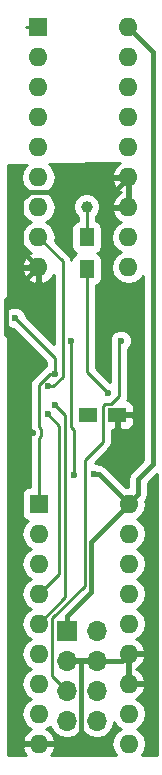
<source format=gbl>
G04 #@! TF.FileFunction,Copper,L2,Bot,Signal*
%FSLAX46Y46*%
G04 Gerber Fmt 4.6, Leading zero omitted, Abs format (unit mm)*
G04 Created by KiCad (PCBNEW 4.0.7-e2-6376~58~ubuntu16.04.1) date Tue Jul  9 21:41:40 2024*
%MOMM*%
%LPD*%
G01*
G04 APERTURE LIST*
%ADD10C,0.100000*%
%ADD11R,1.500000X1.250000*%
%ADD12R,1.700000X1.700000*%
%ADD13O,1.700000X1.700000*%
%ADD14C,1.000000*%
%ADD15R,1.600000X1.600000*%
%ADD16O,1.600000X1.600000*%
%ADD17R,1.300000X1.500000*%
%ADD18C,0.600000*%
%ADD19C,0.400000*%
%ADD20C,0.250000*%
%ADD21C,0.254000*%
G04 APERTURE END LIST*
D10*
D11*
X156550000Y-97500000D03*
X159050000Y-97500000D03*
D12*
X154760000Y-115770000D03*
D13*
X157300000Y-115770000D03*
X154760000Y-118310000D03*
X157300000Y-118310000D03*
X154760000Y-120850000D03*
X157300000Y-120850000D03*
X154760000Y-123390000D03*
X157300000Y-123390000D03*
D14*
X156450000Y-79850000D03*
D15*
X152380000Y-64680000D03*
D16*
X160000000Y-85000000D03*
X152380000Y-67220000D03*
X160000000Y-82460000D03*
X152380000Y-69760000D03*
X160000000Y-79920000D03*
X152380000Y-72300000D03*
X160000000Y-77380000D03*
X152380000Y-74840000D03*
X160000000Y-74840000D03*
X152380000Y-77380000D03*
X160000000Y-72300000D03*
X152380000Y-79920000D03*
X160000000Y-69760000D03*
X152380000Y-82460000D03*
X160000000Y-67220000D03*
X152380000Y-85000000D03*
X160000000Y-64680000D03*
D15*
X152400000Y-105020000D03*
D16*
X160020000Y-125340000D03*
X152400000Y-107560000D03*
X160020000Y-122800000D03*
X152400000Y-110100000D03*
X160020000Y-120260000D03*
X152400000Y-112640000D03*
X160020000Y-117720000D03*
X152400000Y-115180000D03*
X160020000Y-115180000D03*
X152400000Y-117720000D03*
X160020000Y-112640000D03*
X152400000Y-120260000D03*
X160020000Y-110100000D03*
X152400000Y-122800000D03*
X160020000Y-107560000D03*
X152400000Y-125340000D03*
X160020000Y-105020000D03*
D17*
X156450000Y-82450000D03*
X156450000Y-85150000D03*
D18*
X157100000Y-102500000D03*
X156550000Y-97500000D03*
X157900000Y-91050000D03*
X160950000Y-97450000D03*
X151950000Y-99000000D03*
X151600000Y-94200000D03*
X159350000Y-91200000D03*
X155150000Y-91250000D03*
X155400000Y-102600000D03*
X150350010Y-89256581D03*
X153789329Y-94000635D03*
X153200000Y-95050000D03*
X153150000Y-97450000D03*
X153800000Y-96650000D03*
X158270368Y-95675010D03*
D19*
X157100000Y-102500000D02*
X157500000Y-102500000D01*
X157500000Y-102500000D02*
X160020000Y-105020000D01*
X162050000Y-101650000D02*
X162050000Y-66730000D01*
X162050000Y-66730000D02*
X160000000Y-64680000D01*
X160819999Y-102880001D02*
X162050000Y-101650000D01*
X160020000Y-105020000D02*
X160819999Y-104220001D01*
X160819999Y-104220001D02*
X160819999Y-102880001D01*
X154760000Y-114520000D02*
X154760000Y-115770000D01*
X156825011Y-112454989D02*
X154760000Y-114520000D01*
X156825011Y-108214989D02*
X156825011Y-112454989D01*
X160020000Y-105020000D02*
X156825011Y-108214989D01*
X157300000Y-118310000D02*
X156057921Y-118310000D01*
X156057921Y-118310000D02*
X156010001Y-118357920D01*
X152400000Y-125340000D02*
X153531370Y-125340000D01*
X153531370Y-125340000D02*
X153541370Y-125350000D01*
X155962081Y-118310000D02*
X154760000Y-118310000D01*
X153541370Y-125350000D02*
X155050000Y-125350000D01*
X155050000Y-125350000D02*
X156010001Y-124389999D01*
X156010001Y-124389999D02*
X156010001Y-118357920D01*
X156010001Y-118357920D02*
X155962081Y-118310000D01*
X149650000Y-90650000D02*
X149650000Y-87730000D01*
X149650000Y-87730000D02*
X152380000Y-85000000D01*
X151600000Y-92600000D02*
X149650000Y-90650000D01*
X151600000Y-94200000D02*
X151600000Y-92600000D01*
X150900000Y-79300000D02*
X151619999Y-78580001D01*
X151619999Y-78580001D02*
X158799999Y-78580001D01*
X158799999Y-78580001D02*
X159200001Y-78179999D01*
X159200001Y-78179999D02*
X160000000Y-77380000D01*
X150900000Y-83520000D02*
X150900000Y-79300000D01*
X152380000Y-85000000D02*
X150900000Y-83520000D01*
X157300000Y-118310000D02*
X159430000Y-118310000D01*
X159430000Y-118310000D02*
X160020000Y-117720000D01*
X160950000Y-97450000D02*
X159100000Y-97450000D01*
X159100000Y-97450000D02*
X159050000Y-97500000D01*
X151600000Y-98650000D02*
X151950000Y-99000000D01*
X151600000Y-94200000D02*
X151600000Y-98650000D01*
D20*
X159200000Y-95900000D02*
X159200000Y-91350000D01*
X159200000Y-91350000D02*
X159350000Y-91200000D01*
X158550001Y-96549999D02*
X159200000Y-95900000D01*
X157850000Y-99800000D02*
X157850000Y-96739998D01*
X157850000Y-96739998D02*
X158039999Y-96549999D01*
X158039999Y-96549999D02*
X158550001Y-96549999D01*
X156300000Y-101350000D02*
X157850000Y-99800000D01*
X156300000Y-111950000D02*
X156300000Y-101350000D01*
X153525001Y-114724999D02*
X156300000Y-111950000D01*
X153500000Y-119590000D02*
X153525001Y-119564999D01*
X153525001Y-119564999D02*
X153525001Y-114724999D01*
X154760000Y-120850000D02*
X153500000Y-119590000D01*
X155150000Y-98500000D02*
X155150000Y-91250000D01*
X155400000Y-98750000D02*
X155150000Y-98500000D01*
X155400000Y-102600000D02*
X155400000Y-98750000D01*
X156450000Y-79850000D02*
X156450000Y-80557106D01*
X156450000Y-80557106D02*
X156450000Y-82450000D01*
X153789329Y-92695900D02*
X150650009Y-89556580D01*
X153789329Y-94000635D02*
X153789329Y-92695900D01*
X150650009Y-89556580D02*
X150350010Y-89256581D01*
X153365065Y-94000635D02*
X153789329Y-94000635D01*
X152400000Y-94965700D02*
X153365065Y-94000635D01*
X152400000Y-98524996D02*
X152400000Y-94965700D01*
X152575002Y-99300002D02*
X152575002Y-98699998D01*
X152400000Y-99475004D02*
X152575002Y-99300002D01*
X152400000Y-105020000D02*
X152400000Y-99475004D01*
X152575002Y-98699998D02*
X152400000Y-98524996D01*
X152380000Y-64680000D02*
X151330000Y-64680000D01*
X154414330Y-84494330D02*
X154414330Y-94259934D01*
X153624264Y-95050000D02*
X153200000Y-95050000D01*
X154414330Y-94259934D02*
X153624264Y-95050000D01*
X152380000Y-82460000D02*
X154414330Y-84494330D01*
X154100000Y-98400000D02*
X154100000Y-110940000D01*
X154100000Y-110940000D02*
X152400000Y-112640000D01*
X153150000Y-97450000D02*
X154100000Y-98400000D01*
X152400000Y-115180000D02*
X154650000Y-112930000D01*
X154650000Y-112930000D02*
X154650000Y-97500000D01*
X154650000Y-97500000D02*
X153800000Y-96650000D01*
X157970369Y-95375011D02*
X158270368Y-95675010D01*
X156450000Y-93854642D02*
X157970369Y-95375011D01*
X156450000Y-85150000D02*
X156450000Y-93854642D01*
D21*
G36*
X162422485Y-126290000D02*
X161106041Y-126290000D01*
X161373880Y-125889151D01*
X161483113Y-125340000D01*
X161373880Y-124790849D01*
X161062811Y-124325302D01*
X160680725Y-124070000D01*
X161062811Y-123814698D01*
X161373880Y-123349151D01*
X161483113Y-122800000D01*
X161373880Y-122250849D01*
X161062811Y-121785302D01*
X160658297Y-121515014D01*
X160875134Y-121412389D01*
X161251041Y-120997423D01*
X161411904Y-120609039D01*
X161289915Y-120387000D01*
X160147000Y-120387000D01*
X160147000Y-120407000D01*
X159893000Y-120407000D01*
X159893000Y-120387000D01*
X159873000Y-120387000D01*
X159873000Y-120133000D01*
X159893000Y-120133000D01*
X159893000Y-117847000D01*
X160147000Y-117847000D01*
X160147000Y-120133000D01*
X161289915Y-120133000D01*
X161411904Y-119910961D01*
X161251041Y-119522577D01*
X160875134Y-119107611D01*
X160626633Y-118990000D01*
X160875134Y-118872389D01*
X161251041Y-118457423D01*
X161411904Y-118069039D01*
X161289915Y-117847000D01*
X160147000Y-117847000D01*
X159893000Y-117847000D01*
X159873000Y-117847000D01*
X159873000Y-117593000D01*
X159893000Y-117593000D01*
X159893000Y-117573000D01*
X160147000Y-117573000D01*
X160147000Y-117593000D01*
X161289915Y-117593000D01*
X161411904Y-117370961D01*
X161251041Y-116982577D01*
X160875134Y-116567611D01*
X160658297Y-116464986D01*
X161062811Y-116194698D01*
X161373880Y-115729151D01*
X161483113Y-115180000D01*
X161373880Y-114630849D01*
X161062811Y-114165302D01*
X160680725Y-113910000D01*
X161062811Y-113654698D01*
X161373880Y-113189151D01*
X161483113Y-112640000D01*
X161373880Y-112090849D01*
X161062811Y-111625302D01*
X160680725Y-111370000D01*
X161062811Y-111114698D01*
X161373880Y-110649151D01*
X161483113Y-110100000D01*
X161373880Y-109550849D01*
X161062811Y-109085302D01*
X160680725Y-108830000D01*
X161062811Y-108574698D01*
X161373880Y-108109151D01*
X161483113Y-107560000D01*
X161373880Y-107010849D01*
X161062811Y-106545302D01*
X160680725Y-106290000D01*
X161062811Y-106034698D01*
X161373880Y-105569151D01*
X161483113Y-105020000D01*
X161434318Y-104774689D01*
X161483916Y-104700460D01*
X161591438Y-104539542D01*
X161654999Y-104220001D01*
X161654999Y-103225869D01*
X162375434Y-102505434D01*
X162422485Y-126290000D01*
X162422485Y-126290000D01*
G37*
X162422485Y-126290000D02*
X161106041Y-126290000D01*
X161373880Y-125889151D01*
X161483113Y-125340000D01*
X161373880Y-124790849D01*
X161062811Y-124325302D01*
X160680725Y-124070000D01*
X161062811Y-123814698D01*
X161373880Y-123349151D01*
X161483113Y-122800000D01*
X161373880Y-122250849D01*
X161062811Y-121785302D01*
X160658297Y-121515014D01*
X160875134Y-121412389D01*
X161251041Y-120997423D01*
X161411904Y-120609039D01*
X161289915Y-120387000D01*
X160147000Y-120387000D01*
X160147000Y-120407000D01*
X159893000Y-120407000D01*
X159893000Y-120387000D01*
X159873000Y-120387000D01*
X159873000Y-120133000D01*
X159893000Y-120133000D01*
X159893000Y-117847000D01*
X160147000Y-117847000D01*
X160147000Y-120133000D01*
X161289915Y-120133000D01*
X161411904Y-119910961D01*
X161251041Y-119522577D01*
X160875134Y-119107611D01*
X160626633Y-118990000D01*
X160875134Y-118872389D01*
X161251041Y-118457423D01*
X161411904Y-118069039D01*
X161289915Y-117847000D01*
X160147000Y-117847000D01*
X159893000Y-117847000D01*
X159873000Y-117847000D01*
X159873000Y-117593000D01*
X159893000Y-117593000D01*
X159893000Y-117573000D01*
X160147000Y-117573000D01*
X160147000Y-117593000D01*
X161289915Y-117593000D01*
X161411904Y-117370961D01*
X161251041Y-116982577D01*
X160875134Y-116567611D01*
X160658297Y-116464986D01*
X161062811Y-116194698D01*
X161373880Y-115729151D01*
X161483113Y-115180000D01*
X161373880Y-114630849D01*
X161062811Y-114165302D01*
X160680725Y-113910000D01*
X161062811Y-113654698D01*
X161373880Y-113189151D01*
X161483113Y-112640000D01*
X161373880Y-112090849D01*
X161062811Y-111625302D01*
X160680725Y-111370000D01*
X161062811Y-111114698D01*
X161373880Y-110649151D01*
X161483113Y-110100000D01*
X161373880Y-109550849D01*
X161062811Y-109085302D01*
X160680725Y-108830000D01*
X161062811Y-108574698D01*
X161373880Y-108109151D01*
X161483113Y-107560000D01*
X161373880Y-107010849D01*
X161062811Y-106545302D01*
X160680725Y-106290000D01*
X161062811Y-106034698D01*
X161373880Y-105569151D01*
X161483113Y-105020000D01*
X161434318Y-104774689D01*
X161483916Y-104700460D01*
X161591438Y-104539542D01*
X161654999Y-104220001D01*
X161654999Y-103225869D01*
X162375434Y-102505434D01*
X162422485Y-126290000D01*
G36*
X149819683Y-90048773D02*
X150163211Y-90191419D01*
X150210087Y-90191460D01*
X153029329Y-93010702D01*
X153029329Y-93328486D01*
X152827664Y-93463234D01*
X151862599Y-94428299D01*
X151697852Y-94674861D01*
X151640000Y-94965700D01*
X151640000Y-98524996D01*
X151697852Y-98815835D01*
X151815002Y-98991163D01*
X151815002Y-99008837D01*
X151697852Y-99184165D01*
X151640000Y-99475004D01*
X151640000Y-103572560D01*
X151600000Y-103572560D01*
X151364683Y-103616838D01*
X151148559Y-103755910D01*
X151003569Y-103968110D01*
X150952560Y-104220000D01*
X150952560Y-105820000D01*
X150996838Y-106055317D01*
X151135910Y-106271441D01*
X151348110Y-106416431D01*
X151503089Y-106447815D01*
X151357189Y-106545302D01*
X151046120Y-107010849D01*
X150936887Y-107560000D01*
X151046120Y-108109151D01*
X151357189Y-108574698D01*
X151739275Y-108830000D01*
X151357189Y-109085302D01*
X151046120Y-109550849D01*
X150936887Y-110100000D01*
X151046120Y-110649151D01*
X151357189Y-111114698D01*
X151739275Y-111370000D01*
X151357189Y-111625302D01*
X151046120Y-112090849D01*
X150936887Y-112640000D01*
X151046120Y-113189151D01*
X151357189Y-113654698D01*
X151739275Y-113910000D01*
X151357189Y-114165302D01*
X151046120Y-114630849D01*
X150936887Y-115180000D01*
X151046120Y-115729151D01*
X151357189Y-116194698D01*
X151739275Y-116450000D01*
X151357189Y-116705302D01*
X151046120Y-117170849D01*
X150936887Y-117720000D01*
X151046120Y-118269151D01*
X151357189Y-118734698D01*
X151739275Y-118990000D01*
X151357189Y-119245302D01*
X151046120Y-119710849D01*
X150936887Y-120260000D01*
X151046120Y-120809151D01*
X151357189Y-121274698D01*
X151739275Y-121530000D01*
X151357189Y-121785302D01*
X151046120Y-122250849D01*
X150936887Y-122800000D01*
X151046120Y-123349151D01*
X151357189Y-123814698D01*
X151761703Y-124084986D01*
X151544866Y-124187611D01*
X151168959Y-124602577D01*
X151008096Y-124990961D01*
X151130085Y-125213000D01*
X152273000Y-125213000D01*
X152273000Y-125193000D01*
X152527000Y-125193000D01*
X152527000Y-125213000D01*
X153669915Y-125213000D01*
X153791904Y-124990961D01*
X153631041Y-124602577D01*
X153255134Y-124187611D01*
X153038297Y-124084986D01*
X153343574Y-123881006D01*
X153358946Y-123958285D01*
X153680853Y-124440054D01*
X154162622Y-124761961D01*
X154730907Y-124875000D01*
X154789093Y-124875000D01*
X155357378Y-124761961D01*
X155839147Y-124440054D01*
X156030000Y-124154422D01*
X156220853Y-124440054D01*
X156702622Y-124761961D01*
X157270907Y-124875000D01*
X157329093Y-124875000D01*
X157897378Y-124761961D01*
X158379147Y-124440054D01*
X158701054Y-123958285D01*
X158786409Y-123529176D01*
X158977189Y-123814698D01*
X159359275Y-124070000D01*
X158977189Y-124325302D01*
X158666120Y-124790849D01*
X158556887Y-125340000D01*
X158666120Y-125889151D01*
X158933959Y-126290000D01*
X153438473Y-126290000D01*
X153631041Y-126077423D01*
X153791904Y-125689039D01*
X153669915Y-125467000D01*
X152527000Y-125467000D01*
X152527000Y-125487000D01*
X152273000Y-125487000D01*
X152273000Y-125467000D01*
X151130085Y-125467000D01*
X151008096Y-125689039D01*
X151168959Y-126077423D01*
X151361527Y-126290000D01*
X149760000Y-126290000D01*
X149760000Y-89988986D01*
X149819683Y-90048773D01*
X149819683Y-90048773D01*
G37*
X149819683Y-90048773D02*
X150163211Y-90191419D01*
X150210087Y-90191460D01*
X153029329Y-93010702D01*
X153029329Y-93328486D01*
X152827664Y-93463234D01*
X151862599Y-94428299D01*
X151697852Y-94674861D01*
X151640000Y-94965700D01*
X151640000Y-98524996D01*
X151697852Y-98815835D01*
X151815002Y-98991163D01*
X151815002Y-99008837D01*
X151697852Y-99184165D01*
X151640000Y-99475004D01*
X151640000Y-103572560D01*
X151600000Y-103572560D01*
X151364683Y-103616838D01*
X151148559Y-103755910D01*
X151003569Y-103968110D01*
X150952560Y-104220000D01*
X150952560Y-105820000D01*
X150996838Y-106055317D01*
X151135910Y-106271441D01*
X151348110Y-106416431D01*
X151503089Y-106447815D01*
X151357189Y-106545302D01*
X151046120Y-107010849D01*
X150936887Y-107560000D01*
X151046120Y-108109151D01*
X151357189Y-108574698D01*
X151739275Y-108830000D01*
X151357189Y-109085302D01*
X151046120Y-109550849D01*
X150936887Y-110100000D01*
X151046120Y-110649151D01*
X151357189Y-111114698D01*
X151739275Y-111370000D01*
X151357189Y-111625302D01*
X151046120Y-112090849D01*
X150936887Y-112640000D01*
X151046120Y-113189151D01*
X151357189Y-113654698D01*
X151739275Y-113910000D01*
X151357189Y-114165302D01*
X151046120Y-114630849D01*
X150936887Y-115180000D01*
X151046120Y-115729151D01*
X151357189Y-116194698D01*
X151739275Y-116450000D01*
X151357189Y-116705302D01*
X151046120Y-117170849D01*
X150936887Y-117720000D01*
X151046120Y-118269151D01*
X151357189Y-118734698D01*
X151739275Y-118990000D01*
X151357189Y-119245302D01*
X151046120Y-119710849D01*
X150936887Y-120260000D01*
X151046120Y-120809151D01*
X151357189Y-121274698D01*
X151739275Y-121530000D01*
X151357189Y-121785302D01*
X151046120Y-122250849D01*
X150936887Y-122800000D01*
X151046120Y-123349151D01*
X151357189Y-123814698D01*
X151761703Y-124084986D01*
X151544866Y-124187611D01*
X151168959Y-124602577D01*
X151008096Y-124990961D01*
X151130085Y-125213000D01*
X152273000Y-125213000D01*
X152273000Y-125193000D01*
X152527000Y-125193000D01*
X152527000Y-125213000D01*
X153669915Y-125213000D01*
X153791904Y-124990961D01*
X153631041Y-124602577D01*
X153255134Y-124187611D01*
X153038297Y-124084986D01*
X153343574Y-123881006D01*
X153358946Y-123958285D01*
X153680853Y-124440054D01*
X154162622Y-124761961D01*
X154730907Y-124875000D01*
X154789093Y-124875000D01*
X155357378Y-124761961D01*
X155839147Y-124440054D01*
X156030000Y-124154422D01*
X156220853Y-124440054D01*
X156702622Y-124761961D01*
X157270907Y-124875000D01*
X157329093Y-124875000D01*
X157897378Y-124761961D01*
X158379147Y-124440054D01*
X158701054Y-123958285D01*
X158786409Y-123529176D01*
X158977189Y-123814698D01*
X159359275Y-124070000D01*
X158977189Y-124325302D01*
X158666120Y-124790849D01*
X158556887Y-125340000D01*
X158666120Y-125889151D01*
X158933959Y-126290000D01*
X153438473Y-126290000D01*
X153631041Y-126077423D01*
X153791904Y-125689039D01*
X153669915Y-125467000D01*
X152527000Y-125467000D01*
X152527000Y-125487000D01*
X152273000Y-125487000D01*
X152273000Y-125467000D01*
X151130085Y-125467000D01*
X151008096Y-125689039D01*
X151168959Y-126077423D01*
X151361527Y-126290000D01*
X149760000Y-126290000D01*
X149760000Y-89988986D01*
X149819683Y-90048773D01*
G36*
X154887000Y-118183000D02*
X157173000Y-118183000D01*
X157173000Y-118163000D01*
X157427000Y-118163000D01*
X157427000Y-118183000D01*
X157447000Y-118183000D01*
X157447000Y-118437000D01*
X157427000Y-118437000D01*
X157427000Y-118457000D01*
X157173000Y-118457000D01*
X157173000Y-118437000D01*
X154887000Y-118437000D01*
X154887000Y-118457000D01*
X154633000Y-118457000D01*
X154633000Y-118437000D01*
X154613000Y-118437000D01*
X154613000Y-118183000D01*
X154633000Y-118183000D01*
X154633000Y-118163000D01*
X154887000Y-118163000D01*
X154887000Y-118183000D01*
X154887000Y-118183000D01*
G37*
X154887000Y-118183000D02*
X157173000Y-118183000D01*
X157173000Y-118163000D01*
X157427000Y-118163000D01*
X157427000Y-118183000D01*
X157447000Y-118183000D01*
X157447000Y-118437000D01*
X157427000Y-118437000D01*
X157427000Y-118457000D01*
X157173000Y-118457000D01*
X157173000Y-118437000D01*
X154887000Y-118437000D01*
X154887000Y-118457000D01*
X154633000Y-118457000D01*
X154633000Y-118437000D01*
X154613000Y-118437000D01*
X154613000Y-118183000D01*
X154633000Y-118183000D01*
X154633000Y-118163000D01*
X154887000Y-118163000D01*
X154887000Y-118183000D01*
G36*
X159144866Y-76227611D02*
X158768959Y-76642577D01*
X158608096Y-77030961D01*
X158730085Y-77253000D01*
X159873000Y-77253000D01*
X159873000Y-77233000D01*
X160127000Y-77233000D01*
X160127000Y-77253000D01*
X160147000Y-77253000D01*
X160147000Y-77507000D01*
X160127000Y-77507000D01*
X160127000Y-79793000D01*
X160147000Y-79793000D01*
X160147000Y-80047000D01*
X160127000Y-80047000D01*
X160127000Y-80067000D01*
X159873000Y-80067000D01*
X159873000Y-80047000D01*
X158730085Y-80047000D01*
X158608096Y-80269039D01*
X158768959Y-80657423D01*
X159144866Y-81072389D01*
X159361703Y-81175014D01*
X158957189Y-81445302D01*
X158646120Y-81910849D01*
X158536887Y-82460000D01*
X158646120Y-83009151D01*
X158957189Y-83474698D01*
X159339275Y-83730000D01*
X158957189Y-83985302D01*
X158646120Y-84450849D01*
X158536887Y-85000000D01*
X158646120Y-85549151D01*
X158957189Y-86014698D01*
X159422736Y-86325767D01*
X159971887Y-86435000D01*
X160028113Y-86435000D01*
X160577264Y-86325767D01*
X161042811Y-86014698D01*
X161215000Y-85756999D01*
X161215000Y-101304132D01*
X160229565Y-102289567D01*
X160048560Y-102560460D01*
X159984999Y-102880001D01*
X159984999Y-103586370D01*
X159803367Y-103622499D01*
X158090434Y-101909566D01*
X157936758Y-101806883D01*
X157819541Y-101728561D01*
X157552277Y-101675399D01*
X157286799Y-101565162D01*
X157159751Y-101565051D01*
X158387401Y-100337401D01*
X158552148Y-100090839D01*
X158610000Y-99800000D01*
X158610000Y-98760000D01*
X158764250Y-98760000D01*
X158923000Y-98601250D01*
X158923000Y-97627000D01*
X159177000Y-97627000D01*
X159177000Y-98601250D01*
X159335750Y-98760000D01*
X159926309Y-98760000D01*
X160159698Y-98663327D01*
X160338327Y-98484699D01*
X160435000Y-98251310D01*
X160435000Y-97785750D01*
X160276250Y-97627000D01*
X159177000Y-97627000D01*
X158923000Y-97627000D01*
X158903000Y-97627000D01*
X158903000Y-97373000D01*
X158923000Y-97373000D01*
X158923000Y-97353000D01*
X159177000Y-97353000D01*
X159177000Y-97373000D01*
X160276250Y-97373000D01*
X160435000Y-97214250D01*
X160435000Y-96748690D01*
X160338327Y-96515301D01*
X160159698Y-96336673D01*
X159926309Y-96240000D01*
X159869300Y-96240000D01*
X159902148Y-96190840D01*
X159917711Y-96112599D01*
X159960000Y-95900000D01*
X159960000Y-91912201D01*
X160142192Y-91730327D01*
X160284838Y-91386799D01*
X160285162Y-91014833D01*
X160143117Y-90671057D01*
X159880327Y-90407808D01*
X159536799Y-90265162D01*
X159164833Y-90264838D01*
X158821057Y-90406883D01*
X158557808Y-90669673D01*
X158415162Y-91013201D01*
X158414838Y-91385167D01*
X158440000Y-91446064D01*
X158440000Y-94740157D01*
X158410291Y-94740131D01*
X157210000Y-93539840D01*
X157210000Y-86526742D01*
X157335317Y-86503162D01*
X157551441Y-86364090D01*
X157696431Y-86151890D01*
X157747440Y-85900000D01*
X157747440Y-84400000D01*
X157703162Y-84164683D01*
X157564090Y-83948559D01*
X157351890Y-83803569D01*
X157338803Y-83800919D01*
X157551441Y-83664090D01*
X157696431Y-83451890D01*
X157747440Y-83200000D01*
X157747440Y-81700000D01*
X157703162Y-81464683D01*
X157564090Y-81248559D01*
X157351890Y-81103569D01*
X157210000Y-81074836D01*
X157210000Y-80695059D01*
X157411645Y-80493765D01*
X157584803Y-80076756D01*
X157585197Y-79625225D01*
X157412767Y-79207914D01*
X157093765Y-78888355D01*
X156676756Y-78715197D01*
X156225225Y-78714803D01*
X155807914Y-78887233D01*
X155488355Y-79206235D01*
X155315197Y-79623244D01*
X155314803Y-80074775D01*
X155487233Y-80492086D01*
X155690000Y-80695207D01*
X155690000Y-81073258D01*
X155564683Y-81096838D01*
X155348559Y-81235910D01*
X155203569Y-81448110D01*
X155152560Y-81700000D01*
X155152560Y-83200000D01*
X155196838Y-83435317D01*
X155335910Y-83651441D01*
X155548110Y-83796431D01*
X155561197Y-83799081D01*
X155348559Y-83935910D01*
X155203569Y-84148110D01*
X155154077Y-84392511D01*
X155116478Y-84203491D01*
X154951731Y-83956929D01*
X153778688Y-82783886D01*
X153843113Y-82460000D01*
X153733880Y-81910849D01*
X153422811Y-81445302D01*
X153040725Y-81190000D01*
X153422811Y-80934698D01*
X153733880Y-80469151D01*
X153843113Y-79920000D01*
X153733880Y-79370849D01*
X153422811Y-78905302D01*
X153040725Y-78650000D01*
X153422811Y-78394698D01*
X153733880Y-77929151D01*
X153773684Y-77729039D01*
X158608096Y-77729039D01*
X158768959Y-78117423D01*
X159144866Y-78532389D01*
X159393367Y-78650000D01*
X159144866Y-78767611D01*
X158768959Y-79182577D01*
X158608096Y-79570961D01*
X158730085Y-79793000D01*
X159873000Y-79793000D01*
X159873000Y-77507000D01*
X158730085Y-77507000D01*
X158608096Y-77729039D01*
X153773684Y-77729039D01*
X153843113Y-77380000D01*
X153733880Y-76830849D01*
X153422811Y-76365302D01*
X153275810Y-76267079D01*
X159254330Y-76175804D01*
X159144866Y-76227611D01*
X159144866Y-76227611D01*
G37*
X159144866Y-76227611D02*
X158768959Y-76642577D01*
X158608096Y-77030961D01*
X158730085Y-77253000D01*
X159873000Y-77253000D01*
X159873000Y-77233000D01*
X160127000Y-77233000D01*
X160127000Y-77253000D01*
X160147000Y-77253000D01*
X160147000Y-77507000D01*
X160127000Y-77507000D01*
X160127000Y-79793000D01*
X160147000Y-79793000D01*
X160147000Y-80047000D01*
X160127000Y-80047000D01*
X160127000Y-80067000D01*
X159873000Y-80067000D01*
X159873000Y-80047000D01*
X158730085Y-80047000D01*
X158608096Y-80269039D01*
X158768959Y-80657423D01*
X159144866Y-81072389D01*
X159361703Y-81175014D01*
X158957189Y-81445302D01*
X158646120Y-81910849D01*
X158536887Y-82460000D01*
X158646120Y-83009151D01*
X158957189Y-83474698D01*
X159339275Y-83730000D01*
X158957189Y-83985302D01*
X158646120Y-84450849D01*
X158536887Y-85000000D01*
X158646120Y-85549151D01*
X158957189Y-86014698D01*
X159422736Y-86325767D01*
X159971887Y-86435000D01*
X160028113Y-86435000D01*
X160577264Y-86325767D01*
X161042811Y-86014698D01*
X161215000Y-85756999D01*
X161215000Y-101304132D01*
X160229565Y-102289567D01*
X160048560Y-102560460D01*
X159984999Y-102880001D01*
X159984999Y-103586370D01*
X159803367Y-103622499D01*
X158090434Y-101909566D01*
X157936758Y-101806883D01*
X157819541Y-101728561D01*
X157552277Y-101675399D01*
X157286799Y-101565162D01*
X157159751Y-101565051D01*
X158387401Y-100337401D01*
X158552148Y-100090839D01*
X158610000Y-99800000D01*
X158610000Y-98760000D01*
X158764250Y-98760000D01*
X158923000Y-98601250D01*
X158923000Y-97627000D01*
X159177000Y-97627000D01*
X159177000Y-98601250D01*
X159335750Y-98760000D01*
X159926309Y-98760000D01*
X160159698Y-98663327D01*
X160338327Y-98484699D01*
X160435000Y-98251310D01*
X160435000Y-97785750D01*
X160276250Y-97627000D01*
X159177000Y-97627000D01*
X158923000Y-97627000D01*
X158903000Y-97627000D01*
X158903000Y-97373000D01*
X158923000Y-97373000D01*
X158923000Y-97353000D01*
X159177000Y-97353000D01*
X159177000Y-97373000D01*
X160276250Y-97373000D01*
X160435000Y-97214250D01*
X160435000Y-96748690D01*
X160338327Y-96515301D01*
X160159698Y-96336673D01*
X159926309Y-96240000D01*
X159869300Y-96240000D01*
X159902148Y-96190840D01*
X159917711Y-96112599D01*
X159960000Y-95900000D01*
X159960000Y-91912201D01*
X160142192Y-91730327D01*
X160284838Y-91386799D01*
X160285162Y-91014833D01*
X160143117Y-90671057D01*
X159880327Y-90407808D01*
X159536799Y-90265162D01*
X159164833Y-90264838D01*
X158821057Y-90406883D01*
X158557808Y-90669673D01*
X158415162Y-91013201D01*
X158414838Y-91385167D01*
X158440000Y-91446064D01*
X158440000Y-94740157D01*
X158410291Y-94740131D01*
X157210000Y-93539840D01*
X157210000Y-86526742D01*
X157335317Y-86503162D01*
X157551441Y-86364090D01*
X157696431Y-86151890D01*
X157747440Y-85900000D01*
X157747440Y-84400000D01*
X157703162Y-84164683D01*
X157564090Y-83948559D01*
X157351890Y-83803569D01*
X157338803Y-83800919D01*
X157551441Y-83664090D01*
X157696431Y-83451890D01*
X157747440Y-83200000D01*
X157747440Y-81700000D01*
X157703162Y-81464683D01*
X157564090Y-81248559D01*
X157351890Y-81103569D01*
X157210000Y-81074836D01*
X157210000Y-80695059D01*
X157411645Y-80493765D01*
X157584803Y-80076756D01*
X157585197Y-79625225D01*
X157412767Y-79207914D01*
X157093765Y-78888355D01*
X156676756Y-78715197D01*
X156225225Y-78714803D01*
X155807914Y-78887233D01*
X155488355Y-79206235D01*
X155315197Y-79623244D01*
X155314803Y-80074775D01*
X155487233Y-80492086D01*
X155690000Y-80695207D01*
X155690000Y-81073258D01*
X155564683Y-81096838D01*
X155348559Y-81235910D01*
X155203569Y-81448110D01*
X155152560Y-81700000D01*
X155152560Y-83200000D01*
X155196838Y-83435317D01*
X155335910Y-83651441D01*
X155548110Y-83796431D01*
X155561197Y-83799081D01*
X155348559Y-83935910D01*
X155203569Y-84148110D01*
X155154077Y-84392511D01*
X155116478Y-84203491D01*
X154951731Y-83956929D01*
X153778688Y-82783886D01*
X153843113Y-82460000D01*
X153733880Y-81910849D01*
X153422811Y-81445302D01*
X153040725Y-81190000D01*
X153422811Y-80934698D01*
X153733880Y-80469151D01*
X153843113Y-79920000D01*
X153733880Y-79370849D01*
X153422811Y-78905302D01*
X153040725Y-78650000D01*
X153422811Y-78394698D01*
X153733880Y-77929151D01*
X153773684Y-77729039D01*
X158608096Y-77729039D01*
X158768959Y-78117423D01*
X159144866Y-78532389D01*
X159393367Y-78650000D01*
X159144866Y-78767611D01*
X158768959Y-79182577D01*
X158608096Y-79570961D01*
X158730085Y-79793000D01*
X159873000Y-79793000D01*
X159873000Y-77507000D01*
X158730085Y-77507000D01*
X158608096Y-77729039D01*
X153773684Y-77729039D01*
X153843113Y-77380000D01*
X153733880Y-76830849D01*
X153422811Y-76365302D01*
X153275810Y-76267079D01*
X159254330Y-76175804D01*
X159144866Y-76227611D01*
G36*
X151337189Y-76365302D02*
X151026120Y-76830849D01*
X150916887Y-77380000D01*
X151026120Y-77929151D01*
X151337189Y-78394698D01*
X151719275Y-78650000D01*
X151337189Y-78905302D01*
X151026120Y-79370849D01*
X150916887Y-79920000D01*
X151026120Y-80469151D01*
X151337189Y-80934698D01*
X151719275Y-81190000D01*
X151337189Y-81445302D01*
X151026120Y-81910849D01*
X150916887Y-82460000D01*
X151026120Y-83009151D01*
X151337189Y-83474698D01*
X151741703Y-83744986D01*
X151524866Y-83847611D01*
X151148959Y-84262577D01*
X150988096Y-84650961D01*
X151110085Y-84873000D01*
X152253000Y-84873000D01*
X152253000Y-84853000D01*
X152507000Y-84853000D01*
X152507000Y-84873000D01*
X152527000Y-84873000D01*
X152527000Y-85127000D01*
X152507000Y-85127000D01*
X152507000Y-86270629D01*
X152729041Y-86391914D01*
X153235134Y-86152389D01*
X153611041Y-85737423D01*
X153654330Y-85632907D01*
X153654330Y-91486099D01*
X151285132Y-89116901D01*
X151285172Y-89071414D01*
X151143127Y-88727638D01*
X150880337Y-88464389D01*
X150536809Y-88321743D01*
X150164843Y-88321419D01*
X149821067Y-88463464D01*
X149760000Y-88524425D01*
X149760000Y-85349039D01*
X150988096Y-85349039D01*
X151148959Y-85737423D01*
X151524866Y-86152389D01*
X152030959Y-86391914D01*
X152253000Y-86270629D01*
X152253000Y-85127000D01*
X151110085Y-85127000D01*
X150988096Y-85349039D01*
X149760000Y-85349039D01*
X149760000Y-76320755D01*
X151442296Y-76295071D01*
X151337189Y-76365302D01*
X151337189Y-76365302D01*
G37*
X151337189Y-76365302D02*
X151026120Y-76830849D01*
X150916887Y-77380000D01*
X151026120Y-77929151D01*
X151337189Y-78394698D01*
X151719275Y-78650000D01*
X151337189Y-78905302D01*
X151026120Y-79370849D01*
X150916887Y-79920000D01*
X151026120Y-80469151D01*
X151337189Y-80934698D01*
X151719275Y-81190000D01*
X151337189Y-81445302D01*
X151026120Y-81910849D01*
X150916887Y-82460000D01*
X151026120Y-83009151D01*
X151337189Y-83474698D01*
X151741703Y-83744986D01*
X151524866Y-83847611D01*
X151148959Y-84262577D01*
X150988096Y-84650961D01*
X151110085Y-84873000D01*
X152253000Y-84873000D01*
X152253000Y-84853000D01*
X152507000Y-84853000D01*
X152507000Y-84873000D01*
X152527000Y-84873000D01*
X152527000Y-85127000D01*
X152507000Y-85127000D01*
X152507000Y-86270629D01*
X152729041Y-86391914D01*
X153235134Y-86152389D01*
X153611041Y-85737423D01*
X153654330Y-85632907D01*
X153654330Y-91486099D01*
X151285132Y-89116901D01*
X151285172Y-89071414D01*
X151143127Y-88727638D01*
X150880337Y-88464389D01*
X150536809Y-88321743D01*
X150164843Y-88321419D01*
X149821067Y-88463464D01*
X149760000Y-88524425D01*
X149760000Y-85349039D01*
X150988096Y-85349039D01*
X151148959Y-85737423D01*
X151524866Y-86152389D01*
X152030959Y-86391914D01*
X152253000Y-86270629D01*
X152253000Y-85127000D01*
X151110085Y-85127000D01*
X150988096Y-85349039D01*
X149760000Y-85349039D01*
X149760000Y-76320755D01*
X151442296Y-76295071D01*
X151337189Y-76365302D01*
M02*

</source>
